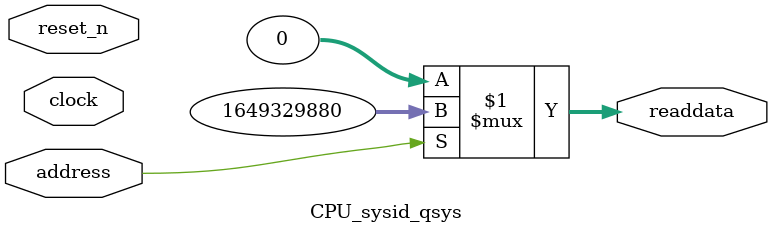
<source format=v>



// synthesis translate_off
`timescale 1ns / 1ps
// synthesis translate_on

// turn off superfluous verilog processor warnings 
// altera message_level Level1 
// altera message_off 10034 10035 10036 10037 10230 10240 10030 

module CPU_sysid_qsys (
               // inputs:
                address,
                clock,
                reset_n,

               // outputs:
                readdata
             )
;

  output  [ 31: 0] readdata;
  input            address;
  input            clock;
  input            reset_n;

  wire    [ 31: 0] readdata;
  //control_slave, which is an e_avalon_slave
  assign readdata = address ? 1649329880 : 0;

endmodule



</source>
